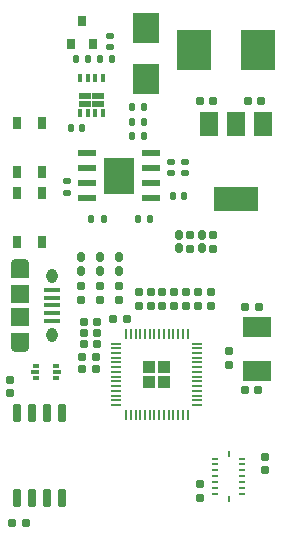
<source format=gbr>
%TF.GenerationSoftware,KiCad,Pcbnew,(6.0.0-0)*%
%TF.CreationDate,2022-10-07T18:10:28-04:00*%
%TF.ProjectId,hermes_v1,6865726d-6573-45f7-9631-2e6b69636164,rev?*%
%TF.SameCoordinates,Original*%
%TF.FileFunction,Paste,Top*%
%TF.FilePolarity,Positive*%
%FSLAX46Y46*%
G04 Gerber Fmt 4.6, Leading zero omitted, Abs format (unit mm)*
G04 Created by KiCad (PCBNEW (6.0.0-0)) date 2022-10-07 18:10:28*
%MOMM*%
%LPD*%
G01*
G04 APERTURE LIST*
G04 Aperture macros list*
%AMRoundRect*
0 Rectangle with rounded corners*
0 $1 Rounding radius*
0 $2 $3 $4 $5 $6 $7 $8 $9 X,Y pos of 4 corners*
0 Add a 4 corners polygon primitive as box body*
4,1,4,$2,$3,$4,$5,$6,$7,$8,$9,$2,$3,0*
0 Add four circle primitives for the rounded corners*
1,1,$1+$1,$2,$3*
1,1,$1+$1,$4,$5*
1,1,$1+$1,$6,$7*
1,1,$1+$1,$8,$9*
0 Add four rect primitives between the rounded corners*
20,1,$1+$1,$2,$3,$4,$5,0*
20,1,$1+$1,$4,$5,$6,$7,0*
20,1,$1+$1,$6,$7,$8,$9,0*
20,1,$1+$1,$8,$9,$2,$3,0*%
G04 Aperture macros list end*
%ADD10R,0.254000X0.482600*%
%ADD11R,0.482600X0.254000*%
%ADD12RoundRect,0.155000X0.155000X-0.212500X0.155000X0.212500X-0.155000X0.212500X-0.155000X-0.212500X0*%
%ADD13RoundRect,0.155000X0.212500X0.155000X-0.212500X0.155000X-0.212500X-0.155000X0.212500X-0.155000X0*%
%ADD14RoundRect,0.155000X-0.155000X0.212500X-0.155000X-0.212500X0.155000X-0.212500X0.155000X0.212500X0*%
%ADD15RoundRect,0.160000X0.160000X-0.222500X0.160000X0.222500X-0.160000X0.222500X-0.160000X-0.222500X0*%
%ADD16RoundRect,0.160000X-0.197500X-0.160000X0.197500X-0.160000X0.197500X0.160000X-0.197500X0.160000X0*%
%ADD17RoundRect,0.160000X-0.160000X0.197500X-0.160000X-0.197500X0.160000X-0.197500X0.160000X0.197500X0*%
%ADD18RoundRect,0.250000X0.292217X-0.292217X0.292217X0.292217X-0.292217X0.292217X-0.292217X-0.292217X0*%
%ADD19RoundRect,0.050000X0.050000X-0.387500X0.050000X0.387500X-0.050000X0.387500X-0.050000X-0.387500X0*%
%ADD20RoundRect,0.050000X0.387500X-0.050000X0.387500X0.050000X-0.387500X0.050000X-0.387500X-0.050000X0*%
%ADD21RoundRect,0.150000X0.150000X-0.650000X0.150000X0.650000X-0.150000X0.650000X-0.150000X-0.650000X0*%
%ADD22R,2.400000X1.700000*%
%ADD23RoundRect,0.155000X-0.212500X-0.155000X0.212500X-0.155000X0.212500X0.155000X-0.212500X0.155000X0*%
%ADD24R,0.650000X1.050000*%
%ADD25O,0.950000X1.250000*%
%ADD26O,1.550000X0.890000*%
%ADD27R,1.350000X0.400000*%
%ADD28R,1.550000X1.500000*%
%ADD29R,1.550000X1.200000*%
%ADD30RoundRect,0.160000X0.160000X-0.197500X0.160000X0.197500X-0.160000X0.197500X-0.160000X-0.197500X0*%
%ADD31RoundRect,0.160000X-0.160000X0.222500X-0.160000X-0.222500X0.160000X-0.222500X0.160000X0.222500X0*%
%ADD32R,0.500000X0.375000*%
%ADD33R,0.650000X0.300000*%
%ADD34RoundRect,0.140000X-0.140000X-0.170000X0.140000X-0.170000X0.140000X0.170000X-0.140000X0.170000X0*%
%ADD35R,2.950000X3.500000*%
%ADD36RoundRect,0.140000X0.170000X-0.140000X0.170000X0.140000X-0.170000X0.140000X-0.170000X-0.140000X0*%
%ADD37RoundRect,0.135000X0.135000X0.185000X-0.135000X0.185000X-0.135000X-0.185000X0.135000X-0.185000X0*%
%ADD38R,2.600000X3.100000*%
%ADD39R,1.550000X0.600000*%
%ADD40RoundRect,0.135000X0.185000X-0.135000X0.185000X0.135000X-0.185000X0.135000X-0.185000X-0.135000X0*%
%ADD41RoundRect,0.140000X-0.170000X0.140000X-0.170000X-0.140000X0.170000X-0.140000X0.170000X0.140000X0*%
%ADD42RoundRect,0.140000X0.140000X0.170000X-0.140000X0.170000X-0.140000X-0.170000X0.140000X-0.170000X0*%
%ADD43R,0.420000X0.700000*%
%ADD44R,1.000000X0.600000*%
%ADD45R,0.800000X0.900000*%
%ADD46R,1.500000X2.000000*%
%ADD47R,3.800000X2.000000*%
%ADD48R,2.300000X2.500000*%
G04 APERTURE END LIST*
D10*
%TO.C,U1*%
X258617828Y-81798950D03*
D11*
X259773528Y-81387650D03*
X259773528Y-80887651D03*
X259773528Y-80387649D03*
X259773528Y-79887650D03*
X259773528Y-79387651D03*
X259773528Y-78887649D03*
X259773528Y-78387650D03*
D10*
X258617828Y-77976350D03*
D11*
X257462128Y-78387650D03*
X257462128Y-78887649D03*
X257462128Y-79387651D03*
X257462128Y-79887650D03*
X257462128Y-80387649D03*
X257462128Y-80887651D03*
X257462128Y-81387650D03*
%TD*%
D12*
%TO.C,C2*%
X261640000Y-79377500D03*
X261640000Y-78242500D03*
%TD*%
%TO.C,C1*%
X256200000Y-81707500D03*
X256200000Y-80572500D03*
%TD*%
D13*
%TO.C,C6*%
X247460000Y-67775000D03*
X246325000Y-67775000D03*
%TD*%
%TO.C,C8*%
X247460000Y-66825000D03*
X246325000Y-66825000D03*
%TD*%
D14*
%TO.C,C11*%
X256050000Y-64320000D03*
X256050000Y-65455000D03*
%TD*%
%TO.C,C12*%
X255000000Y-64320000D03*
X255000000Y-65455000D03*
%TD*%
%TO.C,C13*%
X254000000Y-64320000D03*
X254000000Y-65455000D03*
%TD*%
%TO.C,C14*%
X253000000Y-64320000D03*
X253000000Y-65455000D03*
%TD*%
%TO.C,C15*%
X252000000Y-64320000D03*
X252000000Y-65455000D03*
%TD*%
%TO.C,C16*%
X251000000Y-64320000D03*
X251000000Y-65455000D03*
%TD*%
D13*
%TO.C,C17*%
X261108750Y-72625000D03*
X259973750Y-72625000D03*
%TD*%
%TO.C,C18*%
X261133750Y-65592500D03*
X259998750Y-65592500D03*
%TD*%
D12*
%TO.C,C19*%
X240125000Y-72842500D03*
X240125000Y-71707500D03*
%TD*%
D15*
%TO.C,D2*%
X249300000Y-62510000D03*
X249300000Y-61365000D03*
%TD*%
%TO.C,D3*%
X247700000Y-62510000D03*
X247700000Y-61365000D03*
%TD*%
%TO.C,D4*%
X246100000Y-62510000D03*
X246100000Y-61365000D03*
%TD*%
D16*
%TO.C,R7*%
X240252500Y-83875000D03*
X241447500Y-83875000D03*
%TD*%
D17*
%TO.C,R13*%
X247700000Y-63740000D03*
X247700000Y-64935000D03*
%TD*%
%TO.C,R14*%
X246100000Y-63740000D03*
X246100000Y-64935000D03*
%TD*%
D18*
%TO.C,U3*%
X251887500Y-71887500D03*
X251887500Y-70612500D03*
X253162500Y-70612500D03*
X253162500Y-71887500D03*
D19*
X249925000Y-74687500D03*
X250325000Y-74687500D03*
X250725000Y-74687500D03*
X251125000Y-74687500D03*
X251525000Y-74687500D03*
X251925000Y-74687500D03*
X252325000Y-74687500D03*
X252725000Y-74687500D03*
X253125000Y-74687500D03*
X253525000Y-74687500D03*
X253925000Y-74687500D03*
X254325000Y-74687500D03*
X254725000Y-74687500D03*
X255125000Y-74687500D03*
D20*
X255962500Y-73850000D03*
X255962500Y-73450000D03*
X255962500Y-73050000D03*
X255962500Y-72650000D03*
X255962500Y-72250000D03*
X255962500Y-71850000D03*
X255962500Y-71450000D03*
X255962500Y-71050000D03*
X255962500Y-70650000D03*
X255962500Y-70250000D03*
X255962500Y-69850000D03*
X255962500Y-69450000D03*
X255962500Y-69050000D03*
X255962500Y-68650000D03*
D19*
X255125000Y-67812500D03*
X254725000Y-67812500D03*
X254325000Y-67812500D03*
X253925000Y-67812500D03*
X253525000Y-67812500D03*
X253125000Y-67812500D03*
X252725000Y-67812500D03*
X252325000Y-67812500D03*
X251925000Y-67812500D03*
X251525000Y-67812500D03*
X251125000Y-67812500D03*
X250725000Y-67812500D03*
X250325000Y-67812500D03*
X249925000Y-67812500D03*
D20*
X249087500Y-68650000D03*
X249087500Y-69050000D03*
X249087500Y-69450000D03*
X249087500Y-69850000D03*
X249087500Y-70250000D03*
X249087500Y-70650000D03*
X249087500Y-71050000D03*
X249087500Y-71450000D03*
X249087500Y-71850000D03*
X249087500Y-72250000D03*
X249087500Y-72650000D03*
X249087500Y-73050000D03*
X249087500Y-73450000D03*
X249087500Y-73850000D03*
%TD*%
D21*
%TO.C,U4*%
X240645000Y-81700000D03*
X241915000Y-81700000D03*
X243185000Y-81700000D03*
X244455000Y-81700000D03*
X244455000Y-74500000D03*
X243185000Y-74500000D03*
X241915000Y-74500000D03*
X240645000Y-74500000D03*
%TD*%
D22*
%TO.C,Y1*%
X261000000Y-70975000D03*
X261000000Y-67275000D03*
%TD*%
D23*
%TO.C,C9*%
X248832500Y-66550000D03*
X249967500Y-66550000D03*
%TD*%
D16*
%TO.C,R3*%
X246155000Y-70830000D03*
X247350000Y-70830000D03*
%TD*%
D24*
%TO.C,SW1*%
X240650000Y-55925000D03*
X240650000Y-60075000D03*
X242800000Y-55925000D03*
X242800000Y-60075000D03*
%TD*%
D25*
%TO.C,J2*%
X243650000Y-67925000D03*
D26*
X240950000Y-61925000D03*
X240950000Y-68925000D03*
D25*
X243650000Y-62925000D03*
D27*
X243650000Y-64125000D03*
X243650000Y-64775000D03*
X243650000Y-65425000D03*
X243650000Y-66075000D03*
X243650000Y-66725000D03*
D28*
X240950000Y-64425000D03*
X240950000Y-66425000D03*
D29*
X240950000Y-62525000D03*
X240950000Y-68325000D03*
%TD*%
D30*
%TO.C,R9*%
X258600000Y-70472500D03*
X258600000Y-69277500D03*
%TD*%
D14*
%TO.C,C10*%
X257100000Y-64320000D03*
X257100000Y-65455000D03*
%TD*%
D24*
%TO.C,SW2*%
X242825000Y-54162500D03*
X242825000Y-50012500D03*
X240675000Y-54162500D03*
X240675000Y-50012500D03*
%TD*%
D13*
%TO.C,C7*%
X247460000Y-68725000D03*
X246325000Y-68725000D03*
%TD*%
D17*
%TO.C,R12*%
X249300000Y-63740000D03*
X249300000Y-64935000D03*
%TD*%
%TO.C,R15*%
X257315000Y-59420000D03*
X257315000Y-60615000D03*
%TD*%
%TO.C,R16*%
X255340000Y-59420000D03*
X255340000Y-60615000D03*
%TD*%
D31*
%TO.C,D5*%
X256315000Y-59445000D03*
X256315000Y-60590000D03*
%TD*%
%TO.C,D6*%
X254365000Y-59445000D03*
X254365000Y-60590000D03*
%TD*%
D16*
%TO.C,R4*%
X246155000Y-69800000D03*
X247350000Y-69800000D03*
%TD*%
D32*
%TO.C,U7*%
X244025000Y-71587500D03*
D33*
X244100000Y-71050000D03*
D32*
X244025000Y-70512500D03*
X242325000Y-70512500D03*
D33*
X242250000Y-71050000D03*
D32*
X242325000Y-71587500D03*
%TD*%
D34*
%TO.C,C24*%
X253870000Y-56150000D03*
X254830000Y-56150000D03*
%TD*%
D35*
%TO.C,L2*%
X255675000Y-43800000D03*
X261125000Y-43800000D03*
%TD*%
D23*
%TO.C,C3*%
X256182500Y-48125000D03*
X257317500Y-48125000D03*
%TD*%
%TO.C,C5*%
X260207500Y-48125000D03*
X261342500Y-48125000D03*
%TD*%
D36*
%TO.C,C31*%
X253750000Y-54230000D03*
X253750000Y-53270000D03*
%TD*%
D37*
%TO.C,R8*%
X251910000Y-58125000D03*
X250890000Y-58125000D03*
%TD*%
D38*
%TO.C,U6*%
X249300000Y-54450000D03*
D39*
X246600000Y-52545000D03*
X246600000Y-53815000D03*
X246600000Y-55085000D03*
X246600000Y-56355000D03*
X252000000Y-56355000D03*
X252000000Y-55085000D03*
X252000000Y-53815000D03*
X252000000Y-52545000D03*
%TD*%
D40*
%TO.C,R10*%
X244925000Y-55885000D03*
X244925000Y-54865000D03*
%TD*%
D41*
%TO.C,C27*%
X254950000Y-53270000D03*
X254950000Y-54230000D03*
%TD*%
D42*
%TO.C,C28*%
X246180000Y-50425000D03*
X245220000Y-50425000D03*
%TD*%
D36*
%TO.C,C30*%
X248550000Y-43555000D03*
X248550000Y-42595000D03*
%TD*%
D34*
%TO.C,C32*%
X250445000Y-51075000D03*
X251405000Y-51075000D03*
%TD*%
D42*
%TO.C,C29*%
X248705000Y-44600000D03*
X247745000Y-44600000D03*
%TD*%
D37*
%TO.C,R17*%
X246660000Y-44600000D03*
X245640000Y-44600000D03*
%TD*%
D43*
%TO.C,Q1*%
X246025000Y-49150000D03*
D44*
X246435000Y-47670000D03*
X247565000Y-48380000D03*
X247565000Y-47670000D03*
D43*
X247325000Y-49150000D03*
X247975000Y-49150000D03*
D44*
X246435000Y-48380000D03*
D43*
X246675000Y-49150000D03*
X247975000Y-46150000D03*
X247325000Y-46150000D03*
X246675000Y-46150000D03*
X246025000Y-46150000D03*
%TD*%
D34*
%TO.C,C23*%
X250440000Y-49925000D03*
X251400000Y-49925000D03*
%TD*%
D45*
%TO.C,D8*%
X247150000Y-43325000D03*
X246200000Y-41325000D03*
X245250000Y-43325000D03*
%TD*%
D34*
%TO.C,C21*%
X250440000Y-48600000D03*
X251400000Y-48600000D03*
%TD*%
D46*
%TO.C,U2*%
X261535000Y-50095000D03*
D47*
X259235000Y-56395000D03*
D46*
X259235000Y-50095000D03*
X256935000Y-50095000D03*
%TD*%
D48*
%TO.C,D7*%
X251600000Y-46225000D03*
X251600000Y-41925000D03*
%TD*%
D37*
%TO.C,R11*%
X248010000Y-58100000D03*
X246990000Y-58100000D03*
%TD*%
M02*

</source>
